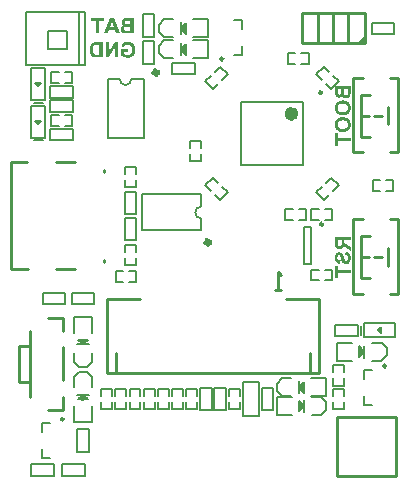
<source format=gbo>
G04*
G04 #@! TF.GenerationSoftware,Altium Limited,Altium Designer,22.1.2 (22)*
G04*
G04 Layer_Color=32896*
%FSLAX25Y25*%
%MOIN*%
G70*
G04*
G04 #@! TF.SameCoordinates,295266D8-D9C4-4D40-B0F9-79C310AB5363*
G04*
G04*
G04 #@! TF.FilePolarity,Positive*
G04*
G01*
G75*
%ADD11C,0.01000*%
%ADD21C,0.00600*%
%ADD43C,0.00800*%
%ADD102C,0.01968*%
%ADD103C,0.00984*%
%ADD104C,0.02362*%
%ADD105C,0.00787*%
%ADD106C,0.00700*%
G36*
X108860Y80586D02*
X106721D01*
Y80253D01*
X106728Y80150D01*
X106736Y80061D01*
X106751Y79987D01*
X106758Y79928D01*
X106773Y79891D01*
X106780Y79868D01*
Y79861D01*
X106810Y79802D01*
X106839Y79743D01*
X106876Y79691D01*
X106906Y79639D01*
X106943Y79602D01*
X106973Y79572D01*
X106987Y79558D01*
X106995Y79550D01*
X107032Y79521D01*
X107069Y79484D01*
X107180Y79402D01*
X107298Y79313D01*
X107431Y79217D01*
X107550Y79136D01*
X107609Y79099D01*
X107653Y79069D01*
X107690Y79040D01*
X107720Y79017D01*
X107742Y79010D01*
X107750Y79003D01*
X108860Y78263D01*
Y77019D01*
X107861Y77649D01*
X107757Y77715D01*
X107653Y77782D01*
X107565Y77841D01*
X107483Y77900D01*
X107409Y77952D01*
X107335Y77996D01*
X107224Y78085D01*
X107135Y78152D01*
X107076Y78196D01*
X107039Y78233D01*
X107032Y78240D01*
X106943Y78322D01*
X106862Y78418D01*
X106795Y78507D01*
X106728Y78596D01*
X106677Y78670D01*
X106640Y78729D01*
X106610Y78773D01*
X106603Y78781D01*
Y78788D01*
X106580Y78662D01*
X106551Y78551D01*
X106521Y78448D01*
X106484Y78344D01*
X106447Y78255D01*
X106410Y78174D01*
X106373Y78092D01*
X106329Y78026D01*
X106292Y77967D01*
X106255Y77915D01*
X106218Y77871D01*
X106188Y77841D01*
X106166Y77811D01*
X106144Y77789D01*
X106136Y77782D01*
X106129Y77774D01*
X106055Y77715D01*
X105981Y77663D01*
X105818Y77574D01*
X105663Y77515D01*
X105507Y77478D01*
X105374Y77449D01*
X105322Y77441D01*
X105271D01*
X105234Y77434D01*
X105197D01*
X105182D01*
X105174D01*
X105012Y77441D01*
X104856Y77471D01*
X104723Y77508D01*
X104605Y77545D01*
X104508Y77589D01*
X104434Y77626D01*
X104412Y77641D01*
X104390Y77656D01*
X104383Y77663D01*
X104375D01*
X104249Y77752D01*
X104146Y77848D01*
X104064Y77944D01*
X103990Y78041D01*
X103946Y78129D01*
X103909Y78196D01*
X103887Y78240D01*
X103879Y78248D01*
Y78255D01*
X103857Y78329D01*
X103835Y78411D01*
X103798Y78596D01*
X103776Y78795D01*
X103754Y78988D01*
Y79084D01*
X103746Y79165D01*
Y79247D01*
X103739Y79313D01*
Y81622D01*
X108860D01*
Y80586D01*
D02*
G37*
G36*
X107350Y76709D02*
X107498Y76679D01*
X107639Y76635D01*
X107764Y76598D01*
X107883Y76546D01*
X107994Y76494D01*
X108090Y76442D01*
X108179Y76390D01*
X108253Y76339D01*
X108319Y76287D01*
X108379Y76242D01*
X108430Y76198D01*
X108467Y76168D01*
X108490Y76139D01*
X108504Y76124D01*
X108512Y76117D01*
X108593Y76013D01*
X108660Y75902D01*
X108719Y75784D01*
X108771Y75658D01*
X108808Y75539D01*
X108845Y75414D01*
X108897Y75169D01*
X108919Y75059D01*
X108934Y74955D01*
X108941Y74866D01*
X108948Y74785D01*
X108956Y74718D01*
Y74622D01*
X108948Y74385D01*
X108926Y74171D01*
X108897Y73978D01*
X108882Y73897D01*
X108860Y73815D01*
X108845Y73749D01*
X108830Y73689D01*
X108815Y73638D01*
X108800Y73593D01*
X108786Y73556D01*
X108778Y73534D01*
X108771Y73519D01*
Y73512D01*
X108689Y73349D01*
X108601Y73216D01*
X108512Y73090D01*
X108416Y72994D01*
X108334Y72920D01*
X108260Y72861D01*
X108216Y72831D01*
X108208Y72816D01*
X108201D01*
X108053Y72735D01*
X107912Y72668D01*
X107772Y72624D01*
X107639Y72594D01*
X107535Y72579D01*
X107483Y72572D01*
X107446Y72565D01*
X107417D01*
X107394D01*
X107380D01*
X107372D01*
X107195Y72572D01*
X107039Y72594D01*
X106899Y72631D01*
X106780Y72668D01*
X106684Y72705D01*
X106617Y72742D01*
X106573Y72764D01*
X106558Y72772D01*
X106440Y72853D01*
X106336Y72949D01*
X106247Y73046D01*
X106173Y73134D01*
X106114Y73216D01*
X106070Y73282D01*
X106040Y73327D01*
X106033Y73334D01*
Y73342D01*
X105996Y73416D01*
X105959Y73490D01*
X105892Y73667D01*
X105833Y73852D01*
X105774Y74030D01*
X105752Y74111D01*
X105729Y74193D01*
X105707Y74267D01*
X105692Y74326D01*
X105678Y74378D01*
X105670Y74415D01*
X105663Y74444D01*
Y74452D01*
X105626Y74585D01*
X105596Y74703D01*
X105567Y74814D01*
X105537Y74918D01*
X105507Y74999D01*
X105478Y75081D01*
X105448Y75147D01*
X105426Y75206D01*
X105404Y75258D01*
X105382Y75295D01*
X105367Y75332D01*
X105352Y75354D01*
X105330Y75391D01*
X105322Y75399D01*
X105271Y75451D01*
X105219Y75488D01*
X105167Y75510D01*
X105115Y75525D01*
X105078Y75539D01*
X105041Y75547D01*
X105019D01*
X105012D01*
X104938Y75539D01*
X104878Y75525D01*
X104819Y75495D01*
X104775Y75465D01*
X104738Y75436D01*
X104716Y75406D01*
X104701Y75391D01*
X104693Y75384D01*
X104627Y75280D01*
X104582Y75169D01*
X104545Y75051D01*
X104523Y74940D01*
X104508Y74844D01*
X104501Y74762D01*
Y74689D01*
X104508Y74533D01*
X104531Y74400D01*
X104560Y74289D01*
X104590Y74200D01*
X104619Y74126D01*
X104649Y74074D01*
X104671Y74045D01*
X104679Y74037D01*
X104753Y73963D01*
X104841Y73897D01*
X104930Y73845D01*
X105026Y73808D01*
X105108Y73778D01*
X105174Y73764D01*
X105226Y73749D01*
X105234D01*
X105241D01*
X105204Y72713D01*
X105071Y72720D01*
X104952Y72742D01*
X104834Y72772D01*
X104730Y72809D01*
X104627Y72846D01*
X104531Y72890D01*
X104449Y72935D01*
X104368Y72979D01*
X104301Y73031D01*
X104242Y73075D01*
X104190Y73120D01*
X104146Y73157D01*
X104116Y73186D01*
X104094Y73208D01*
X104079Y73223D01*
X104072Y73231D01*
X103998Y73327D01*
X103931Y73430D01*
X103872Y73541D01*
X103820Y73660D01*
X103783Y73778D01*
X103746Y73897D01*
X103694Y74133D01*
X103680Y74244D01*
X103665Y74341D01*
X103657Y74437D01*
X103650Y74518D01*
X103643Y74585D01*
Y74674D01*
X103650Y74888D01*
X103672Y75081D01*
X103702Y75251D01*
X103731Y75399D01*
X103754Y75465D01*
X103768Y75525D01*
X103783Y75569D01*
X103798Y75613D01*
X103813Y75643D01*
X103820Y75665D01*
X103828Y75680D01*
Y75687D01*
X103902Y75836D01*
X103983Y75961D01*
X104072Y76072D01*
X104153Y76161D01*
X104227Y76235D01*
X104286Y76279D01*
X104331Y76316D01*
X104338Y76324D01*
X104346D01*
X104471Y76398D01*
X104605Y76450D01*
X104730Y76487D01*
X104841Y76509D01*
X104938Y76524D01*
X105012Y76538D01*
X105041D01*
X105063D01*
X105071D01*
X105078D01*
X105189Y76531D01*
X105300Y76516D01*
X105396Y76494D01*
X105493Y76464D01*
X105670Y76390D01*
X105826Y76302D01*
X105892Y76265D01*
X105944Y76220D01*
X105996Y76183D01*
X106040Y76146D01*
X106070Y76117D01*
X106092Y76094D01*
X106107Y76080D01*
X106114Y76072D01*
X106166Y76006D01*
X106218Y75924D01*
X106270Y75843D01*
X106314Y75747D01*
X106403Y75562D01*
X106477Y75369D01*
X106506Y75273D01*
X106536Y75192D01*
X106558Y75110D01*
X106580Y75044D01*
X106595Y74992D01*
X106610Y74948D01*
X106617Y74918D01*
Y74910D01*
X106647Y74792D01*
X106677Y74689D01*
X106699Y74592D01*
X106721Y74503D01*
X106743Y74429D01*
X106758Y74363D01*
X106780Y74304D01*
X106795Y74252D01*
X106802Y74207D01*
X106817Y74171D01*
X106832Y74119D01*
X106847Y74089D01*
Y74082D01*
X106884Y73985D01*
X106921Y73911D01*
X106958Y73845D01*
X106995Y73793D01*
X107024Y73756D01*
X107047Y73734D01*
X107061Y73719D01*
X107069Y73712D01*
X107121Y73675D01*
X107172Y73645D01*
X107224Y73630D01*
X107269Y73615D01*
X107313Y73608D01*
X107350Y73601D01*
X107372D01*
X107380D01*
X107483Y73608D01*
X107572Y73638D01*
X107661Y73682D01*
X107735Y73726D01*
X107794Y73778D01*
X107838Y73815D01*
X107868Y73845D01*
X107875Y73860D01*
X107942Y73963D01*
X107994Y74082D01*
X108031Y74207D01*
X108053Y74326D01*
X108068Y74437D01*
X108083Y74526D01*
Y74607D01*
X108075Y74777D01*
X108046Y74925D01*
X108009Y75051D01*
X107964Y75162D01*
X107920Y75251D01*
X107883Y75310D01*
X107853Y75347D01*
X107846Y75362D01*
X107742Y75458D01*
X107631Y75532D01*
X107505Y75599D01*
X107380Y75643D01*
X107269Y75680D01*
X107180Y75710D01*
X107150Y75717D01*
X107121D01*
X107106Y75725D01*
X107098D01*
X107195Y76731D01*
X107350Y76709D01*
D02*
G37*
G36*
X104605Y70530D02*
X108860D01*
Y69494D01*
X104605D01*
Y67984D01*
X103739D01*
Y72047D01*
X104605D01*
Y70530D01*
D02*
G37*
G36*
X108860Y129825D02*
X108852Y129699D01*
Y129477D01*
X108845Y129388D01*
Y129247D01*
X108837Y129196D01*
Y129122D01*
X108830Y129092D01*
Y129062D01*
X108808Y128914D01*
X108771Y128781D01*
X108734Y128663D01*
X108689Y128559D01*
X108652Y128478D01*
X108615Y128419D01*
X108593Y128382D01*
X108586Y128367D01*
X108504Y128263D01*
X108416Y128182D01*
X108334Y128100D01*
X108245Y128041D01*
X108171Y127989D01*
X108112Y127952D01*
X108075Y127930D01*
X108060Y127923D01*
X107935Y127871D01*
X107816Y127827D01*
X107698Y127797D01*
X107594Y127782D01*
X107505Y127767D01*
X107439Y127760D01*
X107394D01*
X107387D01*
X107380D01*
X107217Y127767D01*
X107069Y127797D01*
X106943Y127841D01*
X106825Y127886D01*
X106736Y127930D01*
X106669Y127975D01*
X106625Y128004D01*
X106610Y128012D01*
X106492Y128115D01*
X106395Y128226D01*
X106314Y128352D01*
X106255Y128463D01*
X106203Y128567D01*
X106166Y128655D01*
X106159Y128685D01*
X106151Y128707D01*
X106144Y128722D01*
Y128729D01*
X106077Y128611D01*
X106011Y128507D01*
X105929Y128419D01*
X105863Y128345D01*
X105796Y128293D01*
X105744Y128248D01*
X105707Y128219D01*
X105692Y128211D01*
X105574Y128145D01*
X105463Y128093D01*
X105352Y128063D01*
X105248Y128034D01*
X105160Y128019D01*
X105093Y128012D01*
X105049D01*
X105041D01*
X105034D01*
X104915Y128019D01*
X104797Y128034D01*
X104701Y128063D01*
X104612Y128093D01*
X104538Y128123D01*
X104479Y128152D01*
X104449Y128167D01*
X104434Y128174D01*
X104338Y128234D01*
X104257Y128300D01*
X104183Y128367D01*
X104116Y128426D01*
X104072Y128485D01*
X104035Y128530D01*
X104013Y128559D01*
X104005Y128567D01*
X103946Y128655D01*
X103902Y128752D01*
X103865Y128840D01*
X103835Y128922D01*
X103813Y128996D01*
X103798Y129048D01*
X103791Y129085D01*
Y129099D01*
X103776Y129225D01*
X103761Y129366D01*
X103754Y129514D01*
X103746Y129662D01*
X103739Y129795D01*
Y132045D01*
X108860D01*
Y129825D01*
D02*
G37*
G36*
X106558Y127087D02*
X106773Y127064D01*
X106973Y127035D01*
X107158Y126990D01*
X107328Y126939D01*
X107483Y126879D01*
X107631Y126820D01*
X107757Y126754D01*
X107875Y126694D01*
X107972Y126635D01*
X108060Y126576D01*
X108134Y126524D01*
X108186Y126480D01*
X108231Y126450D01*
X108253Y126428D01*
X108260Y126421D01*
X108386Y126287D01*
X108490Y126147D01*
X108586Y126006D01*
X108660Y125851D01*
X108726Y125703D01*
X108786Y125547D01*
X108830Y125407D01*
X108867Y125259D01*
X108897Y125126D01*
X108919Y125000D01*
X108934Y124889D01*
X108941Y124793D01*
X108948Y124719D01*
X108956Y124659D01*
Y124608D01*
X108948Y124400D01*
X108926Y124208D01*
X108889Y124023D01*
X108845Y123853D01*
X108793Y123690D01*
X108734Y123542D01*
X108675Y123409D01*
X108608Y123283D01*
X108541Y123179D01*
X108482Y123083D01*
X108423Y123002D01*
X108371Y122935D01*
X108327Y122876D01*
X108290Y122839D01*
X108268Y122817D01*
X108260Y122809D01*
X108120Y122691D01*
X107972Y122587D01*
X107816Y122491D01*
X107661Y122417D01*
X107498Y122351D01*
X107335Y122291D01*
X107172Y122247D01*
X107017Y122210D01*
X106876Y122188D01*
X106736Y122166D01*
X106617Y122151D01*
X106514Y122136D01*
X106425D01*
X106358Y122129D01*
X106321D01*
X106307D01*
X106077Y122136D01*
X105863Y122158D01*
X105663Y122188D01*
X105470Y122232D01*
X105300Y122284D01*
X105137Y122343D01*
X104989Y122402D01*
X104864Y122469D01*
X104745Y122536D01*
X104642Y122595D01*
X104553Y122654D01*
X104479Y122706D01*
X104427Y122743D01*
X104383Y122780D01*
X104360Y122802D01*
X104353Y122809D01*
X104227Y122943D01*
X104116Y123083D01*
X104020Y123231D01*
X103939Y123379D01*
X103872Y123535D01*
X103813Y123683D01*
X103768Y123831D01*
X103731Y123971D01*
X103702Y124104D01*
X103680Y124230D01*
X103665Y124341D01*
X103650Y124437D01*
Y124511D01*
X103643Y124571D01*
Y124622D01*
X103650Y124844D01*
X103672Y125059D01*
X103709Y125244D01*
X103746Y125407D01*
X103768Y125473D01*
X103783Y125540D01*
X103798Y125592D01*
X103820Y125636D01*
X103828Y125673D01*
X103842Y125703D01*
X103850Y125718D01*
Y125725D01*
X103909Y125858D01*
X103983Y125984D01*
X104064Y126095D01*
X104138Y126191D01*
X104205Y126273D01*
X104264Y126339D01*
X104301Y126376D01*
X104309Y126384D01*
X104316Y126391D01*
X104434Y126495D01*
X104560Y126591D01*
X104671Y126672D01*
X104782Y126739D01*
X104878Y126791D01*
X104952Y126835D01*
X104982Y126842D01*
X105004Y126857D01*
X105012Y126865D01*
X105019D01*
X105226Y126939D01*
X105448Y126998D01*
X105670Y127035D01*
X105877Y127064D01*
X105974Y127072D01*
X106062Y127079D01*
X106136Y127087D01*
X106203D01*
X106262Y127094D01*
X106299D01*
X106329D01*
X106336D01*
X106558Y127087D01*
D02*
G37*
G36*
Y121522D02*
X106773Y121500D01*
X106973Y121470D01*
X107158Y121426D01*
X107328Y121374D01*
X107483Y121315D01*
X107631Y121255D01*
X107757Y121189D01*
X107875Y121130D01*
X107972Y121070D01*
X108060Y121011D01*
X108134Y120959D01*
X108186Y120915D01*
X108231Y120885D01*
X108253Y120863D01*
X108260Y120856D01*
X108386Y120723D01*
X108490Y120582D01*
X108586Y120441D01*
X108660Y120286D01*
X108726Y120138D01*
X108786Y119983D01*
X108830Y119842D01*
X108867Y119694D01*
X108897Y119561D01*
X108919Y119435D01*
X108934Y119324D01*
X108941Y119228D01*
X108948Y119154D01*
X108956Y119095D01*
Y119043D01*
X108948Y118836D01*
X108926Y118643D01*
X108889Y118458D01*
X108845Y118288D01*
X108793Y118125D01*
X108734Y117977D01*
X108675Y117844D01*
X108608Y117718D01*
X108541Y117615D01*
X108482Y117518D01*
X108423Y117437D01*
X108371Y117370D01*
X108327Y117311D01*
X108290Y117274D01*
X108268Y117252D01*
X108260Y117245D01*
X108120Y117126D01*
X107972Y117023D01*
X107816Y116926D01*
X107661Y116852D01*
X107498Y116786D01*
X107335Y116727D01*
X107172Y116682D01*
X107017Y116645D01*
X106876Y116623D01*
X106736Y116601D01*
X106617Y116586D01*
X106514Y116571D01*
X106425D01*
X106358Y116564D01*
X106321D01*
X106307D01*
X106077Y116571D01*
X105863Y116593D01*
X105663Y116623D01*
X105470Y116667D01*
X105300Y116719D01*
X105137Y116778D01*
X104989Y116838D01*
X104864Y116904D01*
X104745Y116971D01*
X104642Y117030D01*
X104553Y117089D01*
X104479Y117141D01*
X104427Y117178D01*
X104383Y117215D01*
X104360Y117237D01*
X104353Y117245D01*
X104227Y117378D01*
X104116Y117518D01*
X104020Y117666D01*
X103939Y117814D01*
X103872Y117970D01*
X103813Y118118D01*
X103768Y118266D01*
X103731Y118406D01*
X103702Y118540D01*
X103680Y118665D01*
X103665Y118776D01*
X103650Y118873D01*
Y118947D01*
X103643Y119006D01*
Y119058D01*
X103650Y119280D01*
X103672Y119494D01*
X103709Y119679D01*
X103746Y119842D01*
X103768Y119909D01*
X103783Y119975D01*
X103798Y120027D01*
X103820Y120071D01*
X103828Y120108D01*
X103842Y120138D01*
X103850Y120153D01*
Y120160D01*
X103909Y120293D01*
X103983Y120419D01*
X104064Y120530D01*
X104138Y120626D01*
X104205Y120708D01*
X104264Y120774D01*
X104301Y120811D01*
X104309Y120819D01*
X104316Y120826D01*
X104434Y120930D01*
X104560Y121026D01*
X104671Y121107D01*
X104782Y121174D01*
X104878Y121226D01*
X104952Y121270D01*
X104982Y121278D01*
X105004Y121292D01*
X105012Y121300D01*
X105019D01*
X105226Y121374D01*
X105448Y121433D01*
X105670Y121470D01*
X105877Y121500D01*
X105974Y121507D01*
X106062Y121514D01*
X106136Y121522D01*
X106203D01*
X106262Y121529D01*
X106299D01*
X106329D01*
X106336D01*
X106558Y121522D01*
D02*
G37*
G36*
X104605Y114595D02*
X108860D01*
Y113559D01*
X104605D01*
Y112050D01*
X103739D01*
Y116112D01*
X104605D01*
Y114595D01*
D02*
G37*
G36*
X31378Y141439D02*
X30423D01*
Y144813D01*
X28344Y141439D01*
X27308D01*
Y146559D01*
X28262D01*
Y143111D01*
X30379Y146559D01*
X31378D01*
Y141439D01*
D02*
G37*
G36*
X34856Y146648D02*
X35092Y146619D01*
X35196Y146596D01*
X35300Y146574D01*
X35396Y146552D01*
X35477Y146530D01*
X35551Y146500D01*
X35625Y146478D01*
X35677Y146456D01*
X35729Y146441D01*
X35766Y146419D01*
X35795Y146411D01*
X35810Y146397D01*
X35818D01*
X36047Y146263D01*
X36143Y146182D01*
X36239Y146108D01*
X36328Y146027D01*
X36410Y145945D01*
X36484Y145864D01*
X36550Y145790D01*
X36602Y145716D01*
X36654Y145649D01*
X36698Y145590D01*
X36735Y145538D01*
X36757Y145494D01*
X36780Y145464D01*
X36787Y145442D01*
X36794Y145435D01*
X36854Y145316D01*
X36905Y145198D01*
X36987Y144954D01*
X37046Y144709D01*
X37083Y144495D01*
X37098Y144391D01*
X37113Y144302D01*
X37120Y144221D01*
Y144147D01*
X37127Y144095D01*
Y144051D01*
Y144021D01*
Y144014D01*
X37113Y143740D01*
X37083Y143488D01*
X37031Y143259D01*
X37009Y143148D01*
X36979Y143052D01*
X36950Y142963D01*
X36928Y142882D01*
X36898Y142815D01*
X36876Y142756D01*
X36861Y142711D01*
X36846Y142674D01*
X36831Y142652D01*
Y142645D01*
X36706Y142423D01*
X36565Y142230D01*
X36417Y142060D01*
X36269Y141927D01*
X36202Y141868D01*
X36136Y141816D01*
X36084Y141772D01*
X36032Y141742D01*
X35995Y141712D01*
X35958Y141690D01*
X35943Y141683D01*
X35936Y141675D01*
X35818Y141616D01*
X35707Y141564D01*
X35462Y141483D01*
X35226Y141424D01*
X35011Y141387D01*
X34907Y141372D01*
X34819Y141357D01*
X34737Y141350D01*
X34663D01*
X34611Y141342D01*
X34530D01*
X34293Y141350D01*
X34071Y141379D01*
X33857Y141416D01*
X33672Y141461D01*
X33590Y141483D01*
X33516Y141505D01*
X33450Y141527D01*
X33390Y141542D01*
X33346Y141557D01*
X33316Y141572D01*
X33294Y141579D01*
X33287D01*
X33065Y141668D01*
X32880Y141764D01*
X32717Y141860D01*
X32576Y141942D01*
X32473Y142016D01*
X32436Y142045D01*
X32399Y142075D01*
X32377Y142097D01*
X32354Y142112D01*
X32340Y142127D01*
Y144184D01*
X34567D01*
Y143318D01*
X33383D01*
Y142660D01*
X33472Y142593D01*
X33568Y142534D01*
X33664Y142482D01*
X33753Y142438D01*
X33827Y142401D01*
X33894Y142371D01*
X33931Y142356D01*
X33938Y142349D01*
X33945D01*
X34064Y142304D01*
X34182Y142275D01*
X34293Y142253D01*
X34389Y142238D01*
X34478Y142230D01*
X34537Y142223D01*
X34597D01*
X34715Y142230D01*
X34833Y142245D01*
X34937Y142267D01*
X35041Y142297D01*
X35226Y142371D01*
X35300Y142408D01*
X35374Y142452D01*
X35440Y142497D01*
X35499Y142534D01*
X35544Y142578D01*
X35588Y142608D01*
X35618Y142637D01*
X35640Y142660D01*
X35655Y142674D01*
X35662Y142682D01*
X35729Y142771D01*
X35795Y142874D01*
X35847Y142978D01*
X35892Y143089D01*
X35966Y143318D01*
X36010Y143540D01*
X36025Y143644D01*
X36040Y143747D01*
X36047Y143829D01*
X36054Y143910D01*
X36062Y143969D01*
Y144021D01*
Y144051D01*
Y144058D01*
X36054Y144214D01*
X36047Y144354D01*
X36025Y144495D01*
X36003Y144621D01*
X35973Y144732D01*
X35936Y144835D01*
X35899Y144931D01*
X35862Y145020D01*
X35832Y145094D01*
X35795Y145161D01*
X35758Y145213D01*
X35729Y145257D01*
X35707Y145294D01*
X35684Y145316D01*
X35677Y145331D01*
X35670Y145338D01*
X35588Y145412D01*
X35507Y145486D01*
X35418Y145538D01*
X35329Y145590D01*
X35240Y145634D01*
X35152Y145671D01*
X34981Y145723D01*
X34900Y145738D01*
X34826Y145753D01*
X34759Y145760D01*
X34700Y145768D01*
X34656Y145775D01*
X34589D01*
X34426Y145768D01*
X34286Y145738D01*
X34160Y145708D01*
X34049Y145664D01*
X33968Y145627D01*
X33901Y145590D01*
X33864Y145560D01*
X33849Y145553D01*
X33746Y145464D01*
X33657Y145368D01*
X33583Y145272D01*
X33531Y145176D01*
X33487Y145087D01*
X33457Y145020D01*
X33442Y144976D01*
X33435Y144968D01*
Y144961D01*
X32406Y145153D01*
X32436Y145279D01*
X32480Y145405D01*
X32525Y145516D01*
X32584Y145620D01*
X32636Y145723D01*
X32695Y145812D01*
X32754Y145893D01*
X32813Y145967D01*
X32872Y146034D01*
X32924Y146093D01*
X32969Y146145D01*
X33013Y146182D01*
X33050Y146212D01*
X33080Y146241D01*
X33094Y146249D01*
X33102Y146256D01*
X33205Y146330D01*
X33316Y146389D01*
X33435Y146441D01*
X33561Y146485D01*
X33805Y146559D01*
X34042Y146604D01*
X34153Y146626D01*
X34256Y146633D01*
X34352Y146641D01*
X34434Y146648D01*
X34500Y146656D01*
X34589D01*
X34856Y146648D01*
D02*
G37*
G36*
X26212Y141439D02*
X24274D01*
X24074Y141446D01*
X23889Y141453D01*
X23733Y141468D01*
X23608Y141490D01*
X23504Y141513D01*
X23423Y141527D01*
X23400Y141535D01*
X23378D01*
X23371Y141542D01*
X23363D01*
X23201Y141601D01*
X23053Y141668D01*
X22934Y141735D01*
X22831Y141801D01*
X22749Y141860D01*
X22690Y141905D01*
X22653Y141934D01*
X22638Y141949D01*
X22512Y142090D01*
X22401Y142238D01*
X22305Y142393D01*
X22231Y142534D01*
X22172Y142667D01*
X22142Y142719D01*
X22128Y142763D01*
X22113Y142808D01*
X22098Y142837D01*
X22091Y142852D01*
Y142859D01*
X22039Y143037D01*
X21994Y143222D01*
X21965Y143400D01*
X21950Y143570D01*
X21943Y143651D01*
X21935Y143725D01*
Y143784D01*
X21928Y143844D01*
Y143888D01*
Y143918D01*
Y143940D01*
Y143947D01*
X21935Y144206D01*
X21957Y144436D01*
X21965Y144547D01*
X21980Y144643D01*
X21994Y144739D01*
X22009Y144820D01*
X22031Y144894D01*
X22046Y144961D01*
X22061Y145020D01*
X22068Y145065D01*
X22083Y145102D01*
X22091Y145131D01*
X22098Y145146D01*
Y145153D01*
X22165Y145331D01*
X22246Y145494D01*
X22327Y145634D01*
X22409Y145753D01*
X22475Y145849D01*
X22535Y145923D01*
X22572Y145967D01*
X22579Y145982D01*
X22586D01*
X22712Y146101D01*
X22838Y146197D01*
X22971Y146278D01*
X23090Y146345D01*
X23193Y146397D01*
X23282Y146434D01*
X23312Y146441D01*
X23334Y146448D01*
X23349Y146456D01*
X23356D01*
X23497Y146493D01*
X23652Y146515D01*
X23815Y146537D01*
X23970Y146545D01*
X24111Y146552D01*
X24170Y146559D01*
X26212D01*
Y141439D01*
D02*
G37*
G36*
X36543Y149439D02*
X34323D01*
X34197Y149446D01*
X33975D01*
X33886Y149453D01*
X33746D01*
X33694Y149461D01*
X33620D01*
X33590Y149468D01*
X33561D01*
X33413Y149490D01*
X33279Y149527D01*
X33161Y149564D01*
X33057Y149609D01*
X32976Y149646D01*
X32917Y149683D01*
X32880Y149705D01*
X32865Y149712D01*
X32761Y149794D01*
X32680Y149883D01*
X32599Y149964D01*
X32539Y150053D01*
X32488Y150127D01*
X32451Y150186D01*
X32428Y150223D01*
X32421Y150238D01*
X32369Y150364D01*
X32325Y150482D01*
X32295Y150600D01*
X32280Y150704D01*
X32266Y150793D01*
X32258Y150859D01*
Y150904D01*
Y150911D01*
Y150919D01*
X32266Y151081D01*
X32295Y151229D01*
X32340Y151355D01*
X32384Y151474D01*
X32428Y151562D01*
X32473Y151629D01*
X32502Y151673D01*
X32510Y151688D01*
X32613Y151807D01*
X32724Y151903D01*
X32850Y151984D01*
X32961Y152043D01*
X33065Y152095D01*
X33154Y152132D01*
X33183Y152140D01*
X33205Y152147D01*
X33220Y152154D01*
X33228D01*
X33109Y152221D01*
X33006Y152288D01*
X32917Y152369D01*
X32843Y152436D01*
X32791Y152502D01*
X32747Y152554D01*
X32717Y152591D01*
X32710Y152606D01*
X32643Y152724D01*
X32591Y152835D01*
X32562Y152946D01*
X32532Y153050D01*
X32517Y153139D01*
X32510Y153205D01*
Y153250D01*
Y153257D01*
Y153264D01*
X32517Y153383D01*
X32532Y153501D01*
X32562Y153597D01*
X32591Y153686D01*
X32621Y153760D01*
X32650Y153819D01*
X32665Y153849D01*
X32673Y153864D01*
X32732Y153960D01*
X32798Y154041D01*
X32865Y154115D01*
X32924Y154182D01*
X32983Y154226D01*
X33028Y154263D01*
X33057Y154286D01*
X33065Y154293D01*
X33154Y154352D01*
X33250Y154397D01*
X33339Y154434D01*
X33420Y154463D01*
X33494Y154485D01*
X33546Y154500D01*
X33583Y154508D01*
X33598D01*
X33723Y154522D01*
X33864Y154537D01*
X34012Y154545D01*
X34160Y154552D01*
X34293Y154559D01*
X36543D01*
Y149439D01*
D02*
G37*
G36*
X31903D02*
X30808D01*
X30386Y150600D01*
X28329D01*
X27885Y149439D01*
X26767D01*
X28825Y154559D01*
X29920D01*
X31903Y149439D01*
D02*
G37*
G36*
X26575Y153694D02*
X25058D01*
Y149439D01*
X24022D01*
Y153694D01*
X22512D01*
Y154559D01*
X26575D01*
Y153694D01*
D02*
G37*
%LPC*%
G36*
X105907Y80586D02*
X104605D01*
Y79402D01*
X104612Y79336D01*
Y79173D01*
X104619Y79106D01*
Y79062D01*
X104627Y79040D01*
Y79032D01*
X104649Y78943D01*
X104679Y78862D01*
X104708Y78795D01*
X104745Y78744D01*
X104782Y78699D01*
X104804Y78662D01*
X104827Y78648D01*
X104834Y78640D01*
X104893Y78596D01*
X104967Y78559D01*
X105034Y78536D01*
X105100Y78514D01*
X105160Y78507D01*
X105204Y78500D01*
X105234D01*
X105248D01*
X105330Y78507D01*
X105404Y78514D01*
X105470Y78536D01*
X105530Y78551D01*
X105574Y78574D01*
X105604Y78596D01*
X105626Y78603D01*
X105633Y78610D01*
X105685Y78655D01*
X105729Y78699D01*
X105796Y78795D01*
X105818Y78832D01*
X105833Y78869D01*
X105848Y78892D01*
Y78899D01*
X105855Y78936D01*
X105870Y78995D01*
X105877Y79054D01*
X105885Y79121D01*
X105892Y79276D01*
X105900Y79432D01*
X105907Y79580D01*
Y80586D01*
D02*
G37*
G36*
X105774Y131009D02*
X104590D01*
Y129980D01*
X104597Y129899D01*
Y129706D01*
X104605Y129662D01*
Y129580D01*
X104612Y129551D01*
Y129543D01*
X104627Y129455D01*
X104649Y129373D01*
X104679Y129307D01*
X104708Y129247D01*
X104738Y129210D01*
X104767Y129173D01*
X104782Y129159D01*
X104790Y129151D01*
X104849Y129107D01*
X104915Y129077D01*
X104975Y129048D01*
X105034Y129033D01*
X105093Y129025D01*
X105137Y129018D01*
X105167D01*
X105174D01*
X105263Y129025D01*
X105345Y129040D01*
X105411Y129070D01*
X105470Y129092D01*
X105522Y129122D01*
X105552Y129151D01*
X105574Y129166D01*
X105581Y129173D01*
X105633Y129233D01*
X105670Y129299D01*
X105700Y129366D01*
X105722Y129432D01*
X105744Y129499D01*
X105752Y129543D01*
X105759Y129573D01*
Y129617D01*
X105766Y129662D01*
Y129891D01*
X105774Y130017D01*
Y131009D01*
D02*
G37*
G36*
X107994D02*
X106625D01*
Y129936D01*
X106632Y129832D01*
X106640Y129743D01*
Y129654D01*
X106647Y129580D01*
X106654Y129514D01*
X106662Y129462D01*
X106669Y129410D01*
X106677Y129373D01*
X106684Y129314D01*
X106699Y129277D01*
Y129270D01*
X106728Y129196D01*
X106765Y129129D01*
X106802Y129070D01*
X106847Y129025D01*
X106876Y128988D01*
X106906Y128966D01*
X106928Y128951D01*
X106936Y128944D01*
X107002Y128907D01*
X107069Y128877D01*
X107128Y128855D01*
X107195Y128840D01*
X107246Y128833D01*
X107291Y128826D01*
X107320D01*
X107328D01*
X107424Y128833D01*
X107513Y128848D01*
X107587Y128870D01*
X107646Y128900D01*
X107698Y128929D01*
X107735Y128951D01*
X107757Y128966D01*
X107764Y128974D01*
X107816Y129033D01*
X107861Y129092D01*
X107898Y129159D01*
X107927Y129218D01*
X107942Y129270D01*
X107957Y129314D01*
X107964Y129344D01*
Y129351D01*
X107972Y129381D01*
Y129425D01*
X107979Y129521D01*
X107986Y129640D01*
Y129758D01*
X107994Y129869D01*
Y131009D01*
D02*
G37*
G36*
X106381Y126028D02*
X106336D01*
X106307D01*
X106299D01*
X106136Y126021D01*
X105988Y126014D01*
X105848Y125991D01*
X105715Y125969D01*
X105596Y125940D01*
X105485Y125910D01*
X105389Y125873D01*
X105300Y125836D01*
X105219Y125799D01*
X105152Y125762D01*
X105100Y125732D01*
X105049Y125703D01*
X105012Y125681D01*
X104989Y125658D01*
X104975Y125651D01*
X104967Y125644D01*
X104886Y125570D01*
X104819Y125488D01*
X104760Y125399D01*
X104708Y125318D01*
X104664Y125229D01*
X104634Y125140D01*
X104575Y124978D01*
X104545Y124830D01*
X104538Y124770D01*
X104531Y124711D01*
X104523Y124667D01*
Y124608D01*
X104531Y124489D01*
X104545Y124378D01*
X104560Y124275D01*
X104590Y124178D01*
X104664Y124008D01*
X104701Y123927D01*
X104738Y123860D01*
X104782Y123794D01*
X104819Y123742D01*
X104856Y123697D01*
X104893Y123653D01*
X104923Y123623D01*
X104938Y123601D01*
X104952Y123594D01*
X104960Y123586D01*
X105049Y123520D01*
X105145Y123453D01*
X105241Y123401D01*
X105352Y123357D01*
X105574Y123290D01*
X105789Y123246D01*
X105885Y123224D01*
X105981Y123216D01*
X106062Y123209D01*
X106136Y123202D01*
X106203Y123194D01*
X106247D01*
X106277D01*
X106284D01*
X106447Y123202D01*
X106603Y123209D01*
X106743Y123231D01*
X106869Y123253D01*
X106995Y123283D01*
X107106Y123320D01*
X107202Y123357D01*
X107291Y123394D01*
X107372Y123431D01*
X107439Y123468D01*
X107498Y123498D01*
X107550Y123535D01*
X107587Y123557D01*
X107609Y123579D01*
X107624Y123586D01*
X107631Y123594D01*
X107713Y123668D01*
X107779Y123749D01*
X107838Y123838D01*
X107890Y123919D01*
X107927Y124008D01*
X107964Y124090D01*
X108016Y124252D01*
X108053Y124393D01*
X108060Y124452D01*
X108068Y124504D01*
X108075Y124548D01*
Y124608D01*
X108068Y124719D01*
X108053Y124830D01*
X108031Y124933D01*
X108001Y125029D01*
X107935Y125207D01*
X107846Y125348D01*
X107809Y125414D01*
X107764Y125466D01*
X107727Y125518D01*
X107690Y125555D01*
X107668Y125584D01*
X107646Y125607D01*
X107631Y125621D01*
X107624Y125629D01*
X107535Y125695D01*
X107439Y125762D01*
X107335Y125814D01*
X107224Y125858D01*
X107010Y125932D01*
X106795Y125977D01*
X106691Y125991D01*
X106603Y126006D01*
X106514Y126014D01*
X106440Y126021D01*
X106381Y126028D01*
D02*
G37*
G36*
Y120464D02*
X106336D01*
X106307D01*
X106299D01*
X106136Y120456D01*
X105988Y120449D01*
X105848Y120427D01*
X105715Y120404D01*
X105596Y120375D01*
X105485Y120345D01*
X105389Y120308D01*
X105300Y120271D01*
X105219Y120234D01*
X105152Y120197D01*
X105100Y120168D01*
X105049Y120138D01*
X105012Y120116D01*
X104989Y120094D01*
X104975Y120086D01*
X104967Y120079D01*
X104886Y120005D01*
X104819Y119923D01*
X104760Y119835D01*
X104708Y119753D01*
X104664Y119664D01*
X104634Y119576D01*
X104575Y119413D01*
X104545Y119265D01*
X104538Y119206D01*
X104531Y119146D01*
X104523Y119102D01*
Y119043D01*
X104531Y118924D01*
X104545Y118813D01*
X104560Y118710D01*
X104590Y118614D01*
X104664Y118443D01*
X104701Y118362D01*
X104738Y118295D01*
X104782Y118229D01*
X104819Y118177D01*
X104856Y118133D01*
X104893Y118088D01*
X104923Y118059D01*
X104938Y118036D01*
X104952Y118029D01*
X104960Y118022D01*
X105049Y117955D01*
X105145Y117888D01*
X105241Y117837D01*
X105352Y117792D01*
X105574Y117726D01*
X105789Y117681D01*
X105885Y117659D01*
X105981Y117652D01*
X106062Y117644D01*
X106136Y117637D01*
X106203Y117629D01*
X106247D01*
X106277D01*
X106284D01*
X106447Y117637D01*
X106603Y117644D01*
X106743Y117666D01*
X106869Y117689D01*
X106995Y117718D01*
X107106Y117755D01*
X107202Y117792D01*
X107291Y117829D01*
X107372Y117866D01*
X107439Y117903D01*
X107498Y117933D01*
X107550Y117970D01*
X107587Y117992D01*
X107609Y118014D01*
X107624Y118022D01*
X107631Y118029D01*
X107713Y118103D01*
X107779Y118184D01*
X107838Y118273D01*
X107890Y118355D01*
X107927Y118443D01*
X107964Y118525D01*
X108016Y118688D01*
X108053Y118828D01*
X108060Y118887D01*
X108068Y118939D01*
X108075Y118984D01*
Y119043D01*
X108068Y119154D01*
X108053Y119265D01*
X108031Y119368D01*
X108001Y119465D01*
X107935Y119642D01*
X107846Y119783D01*
X107809Y119849D01*
X107764Y119901D01*
X107727Y119953D01*
X107690Y119990D01*
X107668Y120020D01*
X107646Y120042D01*
X107631Y120057D01*
X107624Y120064D01*
X107535Y120131D01*
X107439Y120197D01*
X107335Y120249D01*
X107224Y120293D01*
X107010Y120367D01*
X106795Y120412D01*
X106691Y120427D01*
X106603Y120441D01*
X106514Y120449D01*
X106440Y120456D01*
X106381Y120464D01*
D02*
G37*
G36*
X25176Y145694D02*
X24503D01*
X24407Y145686D01*
X24318D01*
X24244Y145679D01*
X24177D01*
X24111Y145671D01*
X24059D01*
X23978Y145657D01*
X23918Y145649D01*
X23881Y145642D01*
X23874D01*
X23770Y145612D01*
X23682Y145575D01*
X23600Y145538D01*
X23526Y145494D01*
X23474Y145457D01*
X23430Y145427D01*
X23408Y145405D01*
X23400Y145398D01*
X23334Y145324D01*
X23275Y145242D01*
X23223Y145161D01*
X23178Y145087D01*
X23149Y145013D01*
X23127Y144954D01*
X23112Y144917D01*
X23104Y144909D01*
Y144902D01*
X23067Y144769D01*
X23038Y144628D01*
X23023Y144473D01*
X23008Y144325D01*
X23001Y144199D01*
X22993Y144140D01*
Y144088D01*
Y144051D01*
Y144021D01*
Y143999D01*
Y143992D01*
X23001Y143784D01*
X23008Y143592D01*
X23030Y143437D01*
X23045Y143303D01*
X23067Y143192D01*
X23075Y143148D01*
X23090Y143118D01*
X23097Y143089D01*
Y143067D01*
X23104Y143059D01*
Y143052D01*
X23149Y142933D01*
X23186Y142830D01*
X23238Y142748D01*
X23275Y142682D01*
X23312Y142630D01*
X23341Y142593D01*
X23363Y142571D01*
X23371Y142563D01*
X23437Y142512D01*
X23504Y142467D01*
X23571Y142430D01*
X23637Y142401D01*
X23696Y142378D01*
X23741Y142364D01*
X23770Y142349D01*
X23785D01*
X23867Y142334D01*
X23963Y142327D01*
X24066Y142312D01*
X24170D01*
X24266Y142304D01*
X25176D01*
Y145694D01*
D02*
G37*
G36*
X35507Y153708D02*
X34478D01*
X34397Y153701D01*
X34204D01*
X34160Y153694D01*
X34079D01*
X34049Y153686D01*
X34042D01*
X33953Y153671D01*
X33871Y153649D01*
X33805Y153620D01*
X33746Y153590D01*
X33709Y153560D01*
X33672Y153531D01*
X33657Y153516D01*
X33649Y153509D01*
X33605Y153449D01*
X33575Y153383D01*
X33546Y153324D01*
X33531Y153264D01*
X33524Y153205D01*
X33516Y153161D01*
Y153131D01*
Y153124D01*
X33524Y153035D01*
X33538Y152954D01*
X33568Y152887D01*
X33590Y152828D01*
X33620Y152776D01*
X33649Y152746D01*
X33664Y152724D01*
X33672Y152717D01*
X33731Y152665D01*
X33797Y152628D01*
X33864Y152598D01*
X33931Y152576D01*
X33997Y152554D01*
X34042Y152547D01*
X34071Y152539D01*
X34116D01*
X34160Y152532D01*
X34389D01*
X34515Y152524D01*
X35507D01*
Y153708D01*
D02*
G37*
G36*
Y151673D02*
X34434D01*
X34330Y151666D01*
X34241Y151659D01*
X34153D01*
X34079Y151651D01*
X34012Y151644D01*
X33960Y151636D01*
X33908Y151629D01*
X33871Y151622D01*
X33812Y151614D01*
X33775Y151599D01*
X33768D01*
X33694Y151570D01*
X33627Y151533D01*
X33568Y151496D01*
X33524Y151451D01*
X33487Y151422D01*
X33464Y151392D01*
X33450Y151370D01*
X33442Y151363D01*
X33405Y151296D01*
X33376Y151229D01*
X33353Y151170D01*
X33339Y151104D01*
X33331Y151052D01*
X33324Y151007D01*
Y150978D01*
Y150970D01*
X33331Y150874D01*
X33346Y150785D01*
X33368Y150711D01*
X33398Y150652D01*
X33427Y150600D01*
X33450Y150563D01*
X33464Y150541D01*
X33472Y150534D01*
X33531Y150482D01*
X33590Y150438D01*
X33657Y150401D01*
X33716Y150371D01*
X33768Y150356D01*
X33812Y150341D01*
X33842Y150334D01*
X33849D01*
X33879Y150327D01*
X33923D01*
X34019Y150319D01*
X34138Y150312D01*
X34256D01*
X34367Y150304D01*
X35507D01*
Y151673D01*
D02*
G37*
G36*
X29380Y153368D02*
X28662Y151466D01*
X30075D01*
X29380Y153368D01*
D02*
G37*
%LPD*%
D11*
X104331Y1969D02*
Y21654D01*
X124016D01*
Y1969D02*
Y21654D01*
X104331Y1969D02*
X124016D01*
X111998Y44007D02*
X112098Y42307D01*
X111998Y44007D02*
X112698Y43407D01*
X112498Y42807D02*
X112698Y43407D01*
X8012Y54725D02*
X13032D01*
X2012Y28370D02*
Y50370D01*
X8012Y24017D02*
X12991D01*
X13012Y24037D02*
Y28370D01*
X12991Y24017D02*
X13012Y24037D01*
Y54705D02*
X13032Y54725D01*
X13012Y50370D02*
Y54705D01*
Y33870D02*
Y44870D01*
X-1488Y33370D02*
X2012D01*
X-1488D02*
Y45370D01*
X2012D01*
X87401Y60866D02*
X98425D01*
X98425Y36220D01*
X27559Y60866D02*
X27559Y36220D01*
X27559Y60866D02*
X38582D01*
X27559Y36220D02*
X98425D01*
X95245D02*
X95276Y42752D01*
X30709Y36220D02*
X30740Y42752D01*
X121923Y109888D02*
X124803D01*
X121923Y134691D02*
X124803D01*
X109843Y109888D02*
X113123D01*
X109843Y134691D02*
X113123D01*
X124803Y109888D02*
Y134691D01*
X109843Y109888D02*
Y134691D01*
X112323Y115047D02*
X115223D01*
X112323D02*
Y129047D01*
X115223D01*
X121323Y119147D02*
Y125047D01*
X116723Y122047D02*
X119323D01*
X112323D02*
X114923D01*
X121923Y62644D02*
X124803D01*
X121923Y87447D02*
X124803D01*
X109843Y62644D02*
X113123D01*
X109843Y87447D02*
X113123D01*
X124803Y62644D02*
Y87447D01*
X109843Y62644D02*
Y87447D01*
X112323Y67803D02*
X115223D01*
X112323D02*
Y81803D01*
X115223D01*
X121323Y71903D02*
Y77803D01*
X116723Y74803D02*
X119323D01*
X112323D02*
X114923D01*
X18985Y27746D02*
X20685Y27847D01*
X18985Y27746D02*
X19585Y28446D01*
X20185Y28247D01*
X93020Y32496D02*
X93120Y30796D01*
X92420Y31396D02*
X93120Y30796D01*
X92420Y31396D02*
X92620Y31996D01*
X18685Y46957D02*
X20385Y47057D01*
X19785Y46357D02*
X20385Y47057D01*
X19185Y46557D02*
X19785Y46357D01*
X53650Y145095D02*
X53750Y143394D01*
X53050Y143994D02*
X53750Y143394D01*
X53050Y143994D02*
X53250Y144595D01*
X91920Y25897D02*
X92020Y24197D01*
X91920Y25897D02*
X92620Y25297D01*
X92420Y24697D02*
X92620Y25297D01*
X53650Y152181D02*
X53750Y150481D01*
X53050Y151081D02*
X53750Y150481D01*
X53050Y151081D02*
X53250Y151681D01*
X98150Y146457D02*
Y156181D01*
X103150Y146181D02*
Y155905D01*
X108150Y146181D02*
Y156181D01*
X113650Y146181D02*
Y156181D01*
X92650Y146181D02*
X113650D01*
X92650D02*
Y156181D01*
X113650D01*
X111650Y146181D02*
X113650Y148181D01*
X10842Y106526D02*
X16912D01*
X-4233D02*
X1164D01*
X10817Y70866D02*
X16937D01*
X26574Y103617D02*
Y103766D01*
Y103272D02*
Y103617D01*
Y73400D02*
Y73893D01*
X-4233Y70866D02*
Y106526D01*
Y70866D02*
X1189D01*
X85614Y63992D02*
X83615D01*
X84614D01*
Y69990D01*
X85614Y68990D01*
D21*
X72891Y21752D02*
Y33366D01*
X78290D01*
Y21752D02*
Y33366D01*
X72891Y21752D02*
X78290D01*
X37333Y89113D02*
Y96713D01*
X33533D02*
X37333D01*
X33533Y89113D02*
Y96713D01*
Y89113D02*
X37333D01*
X91551Y90776D02*
X93996D01*
X91551Y87176D02*
X93996D01*
Y90776D01*
X87106Y87176D02*
X89551D01*
X87106Y90776D02*
X89551D01*
X87106Y87176D02*
Y90776D01*
X100213Y70698D02*
X102657D01*
X100213Y67098D02*
X102657D01*
Y70698D01*
X95768Y67098D02*
X98213D01*
X95768Y70698D02*
X98213D01*
X95768Y67098D02*
Y70698D01*
X95768Y87176D02*
X98213D01*
X95768Y90776D02*
X98213D01*
X95768Y87176D02*
Y90776D01*
X100213D02*
X102657D01*
X100213Y87176D02*
X102657D01*
Y90776D01*
X2499Y5837D02*
X10099D01*
X2499Y2037D02*
Y5837D01*
Y2037D02*
X10099D01*
Y5837D01*
X12735Y2037D02*
X20335D01*
Y5837D01*
X12735D02*
X20335D01*
X12735Y2037D02*
Y5837D01*
X111698Y41607D02*
X113298Y43207D01*
Y41307D02*
Y45307D01*
X111698Y45107D02*
X113298Y43407D01*
X111698Y41607D02*
Y45107D01*
X68279Y31004D02*
X71879D01*
Y28559D02*
Y31004D01*
X68279Y28559D02*
Y31004D01*
Y24114D02*
X71879D01*
X68279D02*
Y26559D01*
X71879Y24114D02*
Y26559D01*
X6206Y59124D02*
Y62924D01*
X13806D01*
Y59124D02*
Y62924D01*
X6206Y59124D02*
X13806D01*
X102344Y101346D02*
X104890Y98801D01*
X103161Y97072D02*
X104890Y98801D01*
X100615Y99618D02*
X102344Y101346D01*
X97473Y96475D02*
X100018Y93929D01*
X97473Y96475D02*
X99201Y98203D01*
X100018Y93929D02*
X101747Y95658D01*
X60465Y133483D02*
X63010Y130937D01*
X60465Y133483D02*
X62193Y135211D01*
X63010Y130937D02*
X64739Y132666D01*
X65336Y138354D02*
X67882Y135809D01*
X66153Y134080D02*
X67882Y135809D01*
X63608Y136626D02*
X65336Y138354D01*
X94945Y139200D02*
Y142800D01*
X92500Y139200D02*
X94945D01*
X92500Y142800D02*
X94945D01*
X88055Y139200D02*
Y142800D01*
X90500D01*
X88055Y139200D02*
X90500D01*
X102344Y130937D02*
X104890Y133483D01*
X100615Y132666D02*
X102344Y130937D01*
X103161Y135211D02*
X104890Y133483D01*
X97473Y135809D02*
X100018Y138354D01*
X101747Y136626D01*
X97473Y135809D02*
X99201Y134080D01*
X65336Y93929D02*
X67882Y96475D01*
X63608Y95658D02*
X65336Y93929D01*
X66153Y98203D02*
X67882Y96475D01*
X60465Y98801D02*
X63010Y101346D01*
X64739Y99618D01*
X60465Y98801D02*
X62193Y97072D01*
X49381Y31004D02*
X52981D01*
Y28559D02*
Y31004D01*
X49381Y28559D02*
Y31004D01*
Y24114D02*
X52981D01*
X49381D02*
Y26559D01*
X52981Y24114D02*
Y26559D01*
X102924Y24114D02*
X106524D01*
X102924D02*
Y26559D01*
X106524Y24114D02*
Y26559D01*
X102924Y31004D02*
X106524D01*
Y28559D02*
Y31004D01*
X102924Y28559D02*
Y31004D01*
X19785Y29046D02*
X21385Y27446D01*
X17685Y29046D02*
X21685D01*
X17885Y27446D02*
X19585Y29046D01*
X17885Y27446D02*
X21385D01*
X17785Y17580D02*
X21585D01*
Y9979D02*
Y17580D01*
X17785Y9979D02*
X21585D01*
X17785D02*
Y17580D01*
X35208Y31004D02*
X38808D01*
Y28559D02*
Y31004D01*
X35208Y28559D02*
Y31004D01*
Y24114D02*
X38808D01*
X35208D02*
Y26559D01*
X38808Y24114D02*
Y26559D01*
X30483Y31004D02*
X34084D01*
Y28559D02*
Y31004D01*
X30483Y28559D02*
Y31004D01*
Y24114D02*
X34084D01*
X30483D02*
Y26559D01*
X34084Y24114D02*
Y26559D01*
X54106Y31004D02*
X57705D01*
Y28559D02*
Y31004D01*
X54106Y28559D02*
Y31004D01*
Y24114D02*
X57705D01*
X54106D02*
Y26559D01*
X57705Y24114D02*
Y26559D01*
X91820Y31596D02*
X93420Y33196D01*
X91820Y29496D02*
Y33496D01*
Y31396D02*
X93420Y29696D01*
Y33196D01*
X17985Y47357D02*
X19585Y45757D01*
X17685D02*
X21685D01*
X19785D02*
X21485Y47357D01*
X17985D02*
X21485D01*
X23485Y59124D02*
Y62924D01*
X15885Y59124D02*
X23485D01*
X15885D02*
Y62924D01*
X23485D01*
X39932Y31004D02*
X43532D01*
Y28559D02*
Y31004D01*
X39932Y28559D02*
Y31004D01*
Y24114D02*
X43532D01*
X39932D02*
Y26559D01*
X43532Y24114D02*
Y26559D01*
X79202Y31359D02*
X83002D01*
Y23759D02*
Y31359D01*
X79202Y23759D02*
X83002D01*
X79202D02*
Y31359D01*
X44657Y31004D02*
X48257D01*
Y28559D02*
Y31004D01*
X44657Y28559D02*
Y31004D01*
Y24114D02*
X48257D01*
X44657D02*
Y26559D01*
X48257Y24114D02*
Y26559D01*
X25759Y31004D02*
X29359D01*
Y28559D02*
Y31004D01*
X25759Y28559D02*
Y31004D01*
Y24114D02*
X29359D01*
X25759D02*
Y26559D01*
X29359Y24114D02*
Y26559D01*
X55287Y113681D02*
X58887D01*
Y111236D02*
Y113681D01*
X55287Y111236D02*
Y113681D01*
Y106791D02*
X58887D01*
X55287D02*
Y109236D01*
X58887Y106791D02*
Y109236D01*
X52450Y144194D02*
X54050Y145794D01*
X52450Y142095D02*
Y146095D01*
Y143994D02*
X54050Y142295D01*
Y145794D01*
X63454Y31359D02*
X67254D01*
Y23759D02*
Y31359D01*
X63454Y23759D02*
X67254D01*
X63454D02*
Y31359D01*
X102924Y31988D02*
X106524D01*
X102924D02*
Y34433D01*
X106524Y31988D02*
Y34433D01*
X102924Y38878D02*
X106524D01*
Y36433D02*
Y38878D01*
X102924Y36433D02*
Y38878D01*
X58730Y31359D02*
X62530D01*
Y23759D02*
Y31359D01*
X58730Y23759D02*
X62530D01*
X58730D02*
Y31359D01*
X91620Y23497D02*
X93220Y25097D01*
Y23197D02*
Y27197D01*
X91620Y26997D02*
X93220Y25297D01*
X91620Y23497D02*
Y26997D01*
X49350Y135895D02*
Y139695D01*
X56950D01*
Y135895D02*
Y139695D01*
X49350Y135895D02*
X56950D01*
X111300Y48600D02*
Y52400D01*
X103700Y48600D02*
X111300D01*
X103700D02*
Y52400D01*
X111300D01*
X115885Y149281D02*
Y153081D01*
X123485D01*
Y149281D02*
Y153081D01*
X115885Y149281D02*
X123485D01*
X9154Y132846D02*
Y136446D01*
X11598D01*
X9154Y132846D02*
X11598D01*
X16043D02*
Y136446D01*
X13598Y132846D02*
X16043D01*
X13598Y136446D02*
X16043D01*
X33633Y79035D02*
X37233D01*
Y76591D02*
Y79035D01*
X33633Y76591D02*
Y79035D01*
Y72146D02*
X37233D01*
X33633D02*
Y74590D01*
X37233Y72146D02*
Y74590D01*
X8798Y123297D02*
Y127097D01*
X16398D01*
Y123297D02*
Y127097D01*
X8798Y123297D02*
X16398D01*
X16043Y118672D02*
Y122272D01*
X13598Y118672D02*
X16043D01*
X13598Y122272D02*
X16043D01*
X9154Y118672D02*
Y122272D01*
X11598D01*
X9154Y118672D02*
X11598D01*
X8798Y113848D02*
Y117648D01*
X16398D01*
Y113848D02*
Y117648D01*
X8798Y113848D02*
X16398D01*
X2425Y127200D02*
Y137800D01*
Y127200D02*
X7025D01*
X3700Y132900D02*
X5700D01*
X4700Y131900D02*
X5700Y132900D01*
X3700D02*
X4700Y131900D01*
X7025Y127200D02*
Y137800D01*
X2425D02*
X7025D01*
X3225Y126400D02*
X6225D01*
X33633Y98130D02*
X37233D01*
X33633D02*
Y100575D01*
X37233Y98130D02*
Y100575D01*
X33633Y105020D02*
X37233D01*
Y102575D02*
Y105020D01*
X33633Y102575D02*
Y105019D01*
X33533Y88052D02*
X37333D01*
Y80452D02*
Y88052D01*
X33533Y80452D02*
X37333D01*
X33533D02*
Y88052D01*
X8798Y128021D02*
Y131821D01*
X16398D01*
Y128021D02*
Y131821D01*
X8798Y128021D02*
X16398D01*
X123130Y97019D02*
Y100619D01*
X120685Y97019D02*
X123130D01*
X120685Y100619D02*
X123130D01*
X116240Y97019D02*
Y100619D01*
X118685D01*
X116240Y97019D02*
X118685D01*
X2425Y114700D02*
Y125300D01*
Y114700D02*
X7025D01*
X3700Y120400D02*
X5700D01*
X4700Y119400D02*
X5700Y120400D01*
X3700D02*
X4700Y119400D01*
X7025Y114700D02*
Y125300D01*
X2425D02*
X7025D01*
X3225Y113900D02*
X6225D01*
X37445Y66700D02*
Y70300D01*
X35000Y66700D02*
X37445D01*
X35000Y70300D02*
X37445D01*
X30555Y66700D02*
Y70300D01*
X33000D01*
X30555Y66700D02*
X33000D01*
X39600Y155800D02*
X43400D01*
Y148200D02*
Y155800D01*
X39600Y148200D02*
X43400D01*
X39600D02*
Y155800D01*
Y146800D02*
X43400D01*
Y139200D02*
Y146800D01*
X39600Y139200D02*
X43400D01*
X39600D02*
Y146800D01*
X52450Y151281D02*
X54050Y152881D01*
X52450Y149181D02*
Y153181D01*
Y151081D02*
X54050Y149381D01*
Y152881D01*
X113200Y52799D02*
X123800D01*
X113200Y48199D02*
Y52799D01*
X118900Y49525D02*
Y51525D01*
X117900Y50525D02*
X118900Y49525D01*
X117900Y50525D02*
X118900Y51525D01*
X113200Y48199D02*
X123800D01*
Y52799D01*
X112400Y49000D02*
Y52000D01*
D43*
X59055Y91764D02*
G03*
X57055Y89764I0J-2000D01*
G01*
X57055D02*
G03*
X59055Y87764I2000J-0D01*
G01*
X33858Y132252D02*
G03*
X35858Y134252I0J2000D01*
G01*
X31858Y134252D02*
G03*
X33858Y132252I2000J0D01*
G01*
X59055Y91764D02*
Y95764D01*
Y83764D02*
Y87764D01*
X35858Y134252D02*
X39858D01*
X27858D02*
X31858D01*
D102*
X61821Y79764D02*
G03*
X61821Y79764I-608J0D01*
G01*
X44467Y136409D02*
G03*
X44467Y136409I-608J0D01*
G01*
D103*
X99705Y85827D02*
G03*
X99705Y85827I-492J0D01*
G01*
X99311Y129724D02*
G03*
X99311Y129724I-492J0D01*
G01*
X120768Y38583D02*
G03*
X120768Y38583I-492J0D01*
G01*
X13287Y20866D02*
G03*
X13287Y20866I-492J0D01*
G01*
X66437Y140945D02*
G03*
X66437Y140945I-492J0D01*
G01*
D104*
X90354Y122638D02*
G03*
X90354Y122638I-1181J0D01*
G01*
D105*
X39370Y83764D02*
Y95764D01*
X59055D01*
X39370Y83764D02*
X59055D01*
X93307Y72638D02*
Y84842D01*
X95669Y72638D02*
Y84842D01*
X93307Y72638D02*
X95669D01*
X93307Y84842D02*
X95669D01*
X93110Y105709D02*
Y126575D01*
X72244Y105709D02*
Y126575D01*
X93110D01*
X72244Y105709D02*
X93110D01*
X27858Y114567D02*
X39858D01*
X27858D02*
Y134252D01*
X39858Y114567D02*
Y134252D01*
X113386Y25591D02*
Y28740D01*
Y25591D02*
X116142D01*
X113386Y34252D02*
Y37402D01*
X116142D01*
X5906Y7874D02*
Y11024D01*
Y7874D02*
X8661D01*
X5906Y16535D02*
Y19685D01*
X8661D01*
X72835Y150787D02*
Y153937D01*
X70079D02*
X72835D01*
Y142126D02*
Y145276D01*
X70079Y142126D02*
X72835D01*
X18437Y138823D02*
Y156453D01*
X591D02*
X20437D01*
Y138823D02*
Y156453D01*
X591Y138823D02*
X20437D01*
X591D02*
Y156453D01*
X7937Y144323D02*
Y150323D01*
X14437D01*
Y144323D02*
Y150323D01*
X7937Y144323D02*
X14437D01*
D106*
X120898Y42107D02*
Y44607D01*
X119198Y46307D02*
X120898Y44607D01*
X115998Y46307D02*
X119198D01*
X115998Y40307D02*
X119098D01*
X120898Y42107D01*
X104298Y40307D02*
X109498D01*
X104298Y46307D02*
X109498D01*
X104298Y40307D02*
Y46307D01*
X18385Y36647D02*
X20885D01*
X16685Y34947D02*
X18385Y36647D01*
X16685Y31747D02*
Y34947D01*
X22685Y31747D02*
Y34846D01*
X20885Y36647D02*
X22685Y34846D01*
Y20046D02*
Y25247D01*
X16685Y20046D02*
Y25247D01*
Y20046D02*
X22685D01*
X84220Y30196D02*
Y32696D01*
Y30196D02*
X85920Y28496D01*
X89120D01*
X86020Y34496D02*
X89120D01*
X84220Y32696D02*
X86020Y34496D01*
X95620D02*
X100820D01*
X95620Y28496D02*
X100820D01*
Y34496D01*
X18485Y38157D02*
X20985D01*
X22685Y39857D01*
Y43057D01*
X16685Y39957D02*
Y43057D01*
Y39957D02*
X18485Y38157D01*
X16685Y49557D02*
Y54757D01*
X22685Y49557D02*
Y54757D01*
X16685D02*
X22685D01*
X44850Y142795D02*
Y145294D01*
Y142795D02*
X46550Y141095D01*
X49750D01*
X46650Y147095D02*
X49750D01*
X44850Y145294D02*
X46650Y147095D01*
X56250D02*
X61450D01*
X56250Y141095D02*
X61450D01*
Y147095D01*
X100820Y23997D02*
Y26497D01*
X99120Y28197D02*
X100820Y26497D01*
X95920Y28197D02*
X99120D01*
X95920Y22197D02*
X99020D01*
X100820Y23997D01*
X84220Y22197D02*
X89420D01*
X84220Y28197D02*
X89420D01*
X84220Y22197D02*
Y28197D01*
X44850Y149881D02*
Y152381D01*
Y149881D02*
X46550Y148181D01*
X49750D01*
X46650Y154181D02*
X49750D01*
X44850Y152381D02*
X46650Y154181D01*
X56250D02*
X61450D01*
X56250Y148181D02*
X61450D01*
Y154181D01*
M02*

</source>
